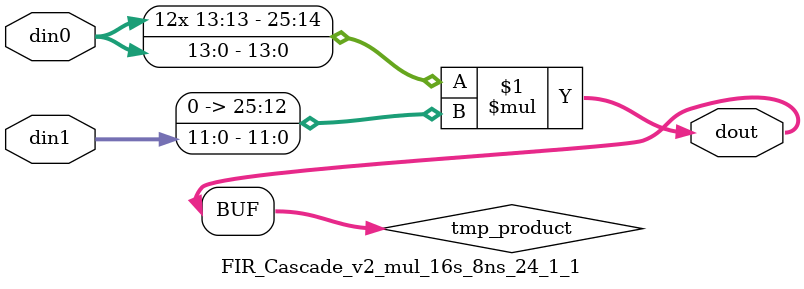
<source format=v>

`timescale 1 ns / 1 ps

 module FIR_Cascade_v2_mul_16s_8ns_24_1_1(din0, din1, dout);
parameter ID = 1;
parameter NUM_STAGE = 0;
parameter din0_WIDTH = 14;
parameter din1_WIDTH = 12;
parameter dout_WIDTH = 26;

input [din0_WIDTH - 1 : 0] din0; 
input [din1_WIDTH - 1 : 0] din1; 
output [dout_WIDTH - 1 : 0] dout;

wire signed [dout_WIDTH - 1 : 0] tmp_product;


























assign tmp_product = $signed(din0) * $signed({1'b0, din1});









assign dout = tmp_product;





















endmodule

</source>
